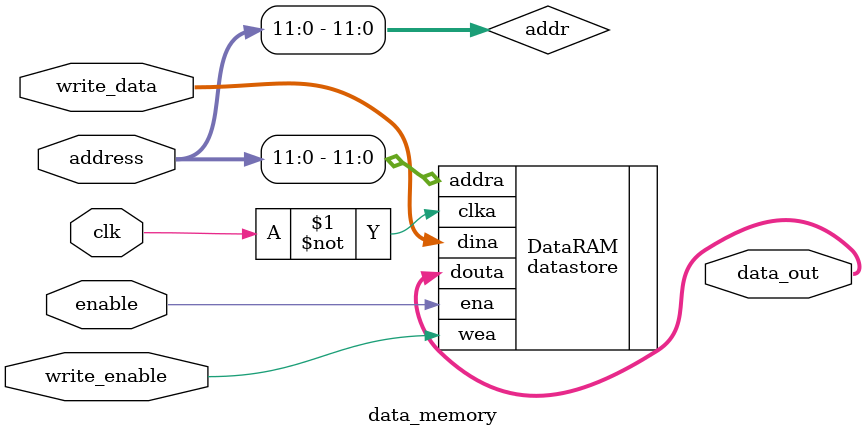
<source format=v>
`timescale 1ns / 1ps

module data_memory(
    input [31:0] address,
    input clk,
    input enable,
    input write_enable,
    input [31:0] write_data,
    output [31:0] data_out
    );
	wire [11:0]addr;
    assign addr = address[11:0];
	datastore DataRAM (.clka(~clk), .ena(enable), .wea(write_enable), .addra(addr), .dina(write_data), .douta(data_out));

endmodule
</source>
